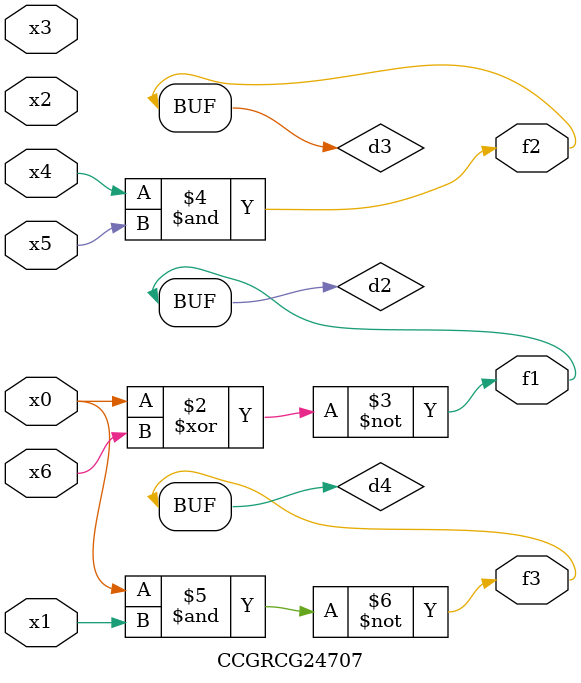
<source format=v>
module CCGRCG24707(
	input x0, x1, x2, x3, x4, x5, x6,
	output f1, f2, f3
);

	wire d1, d2, d3, d4;

	nor (d1, x0);
	xnor (d2, x0, x6);
	and (d3, x4, x5);
	nand (d4, x0, x1);
	assign f1 = d2;
	assign f2 = d3;
	assign f3 = d4;
endmodule

</source>
